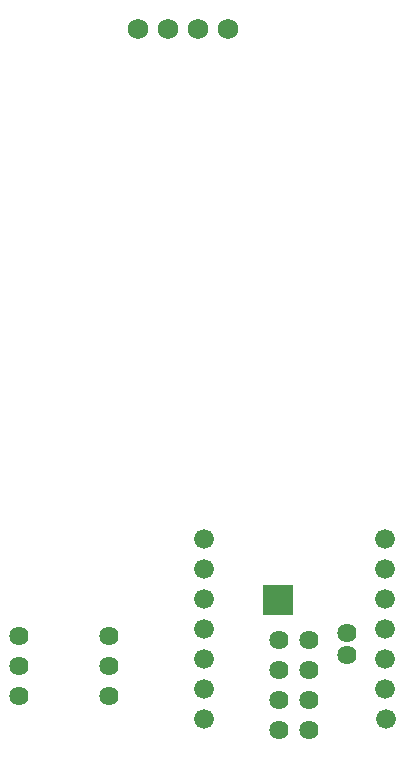
<source format=gbs>
G04 Layer: BottomSolderMaskLayer*
G04 EasyEDA v6.5.51, 2025-12-08 14:24:17*
G04 98b1bcbd0d5e4b16acd7f0c7b3cc8b20,5c2208001c9440858be6b933671931b3,10*
G04 Gerber Generator version 0.2*
G04 Scale: 100 percent, Rotated: No, Reflected: No *
G04 Dimensions in millimeters *
G04 leading zeros omitted , absolute positions ,4 integer and 5 decimal *
%FSLAX45Y45*%
%MOMM*%

%AMMACRO1*4,1,8,-1.2711,-1.301,-1.301,-1.2711,-1.301,1.2711,-1.2711,1.301,1.2711,1.301,1.301,1.2711,1.301,-1.2711,1.2711,-1.301,-1.2711,-1.301,0*%
%ADD10C,1.6256*%
%ADD11C,1.6764*%
%ADD12C,1.6770*%
%ADD13MACRO1*%
%ADD14C,1.7500*%
%ADD15C,0.0192*%

%LPD*%
D10*
G01*
X3346399Y2323795D03*
G01*
X3352393Y1983587D03*
G01*
X3606393Y1983587D03*
G01*
X3606393Y1729587D03*
G01*
X3352393Y1729587D03*
G01*
X3356889Y1475587D03*
G01*
X3610889Y1475587D03*
G01*
X3356889Y1221587D03*
G01*
X3610889Y1221587D03*
G01*
X3928694Y2046833D03*
G01*
X3928694Y1858035D03*
D11*
G01*
X2716402Y2837789D03*
G01*
X2716402Y2583789D03*
G01*
X2716402Y2329789D03*
G01*
X2716402Y2075789D03*
G01*
X2716402Y1821789D03*
G01*
X2716402Y1567789D03*
G01*
X2716402Y1313814D03*
G01*
X4256404Y2837789D03*
G01*
X4256404Y2583789D03*
G01*
X4256404Y2329789D03*
D12*
G01*
X4256404Y2075789D03*
G01*
X4256404Y1821789D03*
G01*
X4256404Y1567789D03*
G01*
X4258614Y1313814D03*
D13*
G01*
X3346400Y2323799D03*
D14*
G01*
X2159000Y7162800D03*
G01*
X2413000Y7162800D03*
G01*
X2667000Y7162800D03*
G01*
X2921000Y7162800D03*
D10*
G01*
X1155700Y1511300D03*
G01*
X1155700Y1765300D03*
G01*
X1155700Y2019300D03*
G01*
X1917700Y1511300D03*
G01*
X1917700Y1765300D03*
G01*
X1917700Y2019300D03*
M02*

</source>
